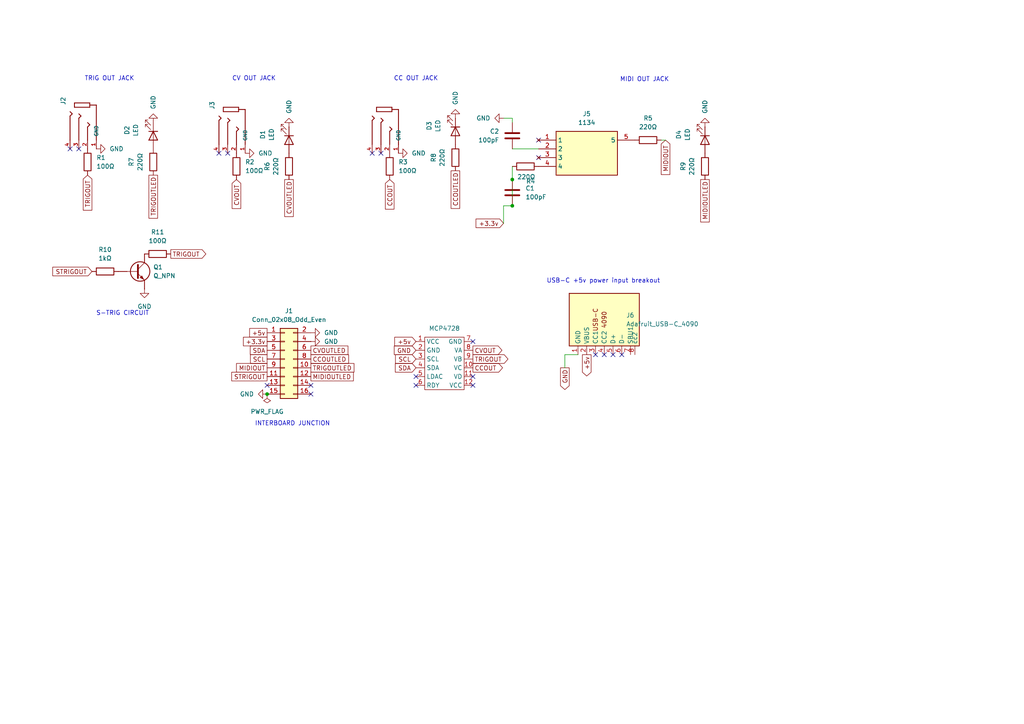
<source format=kicad_sch>
(kicad_sch (version 20250114) (generator "eeschema") (generator_version "9.0")
  (paper "A4")
  (lib_symbols
    (symbol "1134 Din Jack:1134"
      (property "Reference" "J" (at 24.13 7.62 0))
      (property "Value" "1134" (at 24.13 5.08 0))
      (symbol "1134_1_1"
        (rectangle (start 5.08 2.54) (end 22.86 -10.16) (stroke (width 0.254)) (fill (type background)))
        (pin no_connect line (at 0 0 0) (length 5.08) (name "1") (number "1"))
        (pin passive line (at 0 -2.54 0) (length 5.08) (name "2") (number "2"))
        (pin no_connect line (at 0 -5.08 0) (length 5.08) (name "3") (number "3"))
        (pin passive line (at 0 -7.62 0) (length 5.08) (name "4") (number "4"))
        (pin passive line (at 27.94 0 180) (length 5.08) (name "5") (number "5"))
      )
    )
    (symbol "Adafruit:AdaFruit_MCP4728"
      (symbol "AdaFruit_MCP4728_0_1"
        (rectangle (start -6.35 10.16) (end 5.08 -5.08))
      )
      (symbol "AdaFruit_MCP4728_1_1"
        (pin power_in line (at -8.89 8.89 0) (length 2.54) (name "VCC") (number "1"))
        (pin power_in line (at -8.89 6.35 0) (length 2.54) (name "GND") (number "2"))
        (pin input line (at -8.89 3.81 0) (length 2.54) (name "SCL") (number "3"))
        (pin input line (at -8.89 1.27 0) (length 2.54) (name "SDA") (number "4"))
        (pin input line (at -8.89 -1.27 0) (length 2.54) (name "LDAC") (number "5"))
        (pin input line (at -8.89 -3.81 0) (length 2.54) (name "RDY") (number "6"))
        (pin power_out line (at 7.62 8.89 180) (length 2.54) (name "GND") (number "7"))
        (pin output line (at 7.62 6.35 180) (length 2.54) (name "VA") (number "8"))
        (pin output line (at 7.62 3.81 180) (length 2.54) (name "VB") (number "9"))
        (pin output line (at 7.62 1.27 180) (length 2.54) (name "VC") (number "10"))
        (pin output line (at 7.62 -1.27 180) (length 2.54) (name "VD") (number "11"))
        (pin power_out line (at 7.62 -3.81 180) (length 2.54) (name "VCC") (number "12"))
      )
    )
    (symbol "Adafruit:Adafruit_USB-C_4090"
      (property "Reference" "J" (at 0 8.89 0))
      (property "Value" "Adafruit_USB-C_4090" (at 0 -13.97 0))
      (symbol "Adafruit_USB-C_4090_1_1"
        (rectangle (start -7.62 7.62) (end 7.62 -12.7) (stroke (width 0.254)) (fill (type background)))
        (text "USB-C" (at 0 0 0) (effects (font (size 1.27 1.27))))
        (text "4090" (at 0 -2.54 0) (effects (font (size 1.27 1.27))))
        (pin power_in line (at -10.16 5.08 0) (length 2.54) (name "GND") (number "1"))
        (pin power_out line (at -10.16 2.54 0) (length 2.54) (name "VBUS") (number "2"))
        (pin bidirectional line (at -10.16 0 0) (length 2.54) (name "CC1") (number "3"))
        (pin bidirectional line (at -10.16 -2.54 0) (length 2.54) (name "CC2") (number "4"))
        (pin bidirectional line (at -10.16 -5.08 0) (length 2.54) (name "D+") (number "5"))
        (pin bidirectional line (at -10.16 -7.62 0) (length 2.54) (name "D-") (number "6"))
        (pin bidirectional line (at -10.16 -10.16 0) (length 2.54) (name "SBU1") (number "7"))
        (pin bidirectional line (at -10.16 -11.43 0) (length 2.54) (name "cc2") (number "8"))
      )
    )
    (symbol "Connector_Generic:Conn_02x08_Odd_Even" (pin_names (offset 1.016) (hide yes))
      (property "Reference" "J" (at 1.27 10.16 0))
      (property "Value" "Conn_02x08_Odd_Even" (at 1.27 -12.7 0))
      (symbol "Conn_02x08_Odd_Even_1_1"
        (rectangle (start -1.27 8.89) (end 3.81 -11.43) (stroke (width 0.254)) (fill (type background)))
        (rectangle (start -1.27 7.747) (end 0 7.493) (stroke (width 0.1524)))
        (rectangle (start -1.27 5.207) (end 0 4.953) (stroke (width 0.1524)))
        (rectangle (start -1.27 2.667) (end 0 2.413) (stroke (width 0.1524)))
        (rectangle (start -1.27 0.127) (end 0 -0.127) (stroke (width 0.1524)))
        (rectangle (start -1.27 -2.413) (end 0 -2.667) (stroke (width 0.1524)))
        (rectangle (start -1.27 -4.953) (end 0 -5.207) (stroke (width 0.1524)))
        (rectangle (start -1.27 -7.493) (end 0 -7.747) (stroke (width 0.1524)))
        (rectangle (start -1.27 -10.033) (end 0 -10.287) (stroke (width 0.1524)))
        (rectangle (start 3.81 7.747) (end 2.54 7.493) (stroke (width 0.1524)))
        (rectangle (start 3.81 5.207) (end 2.54 4.953) (stroke (width 0.1524)))
        (rectangle (start 3.81 2.667) (end 2.54 2.413) (stroke (width 0.1524)))
        (rectangle (start 3.81 0.127) (end 2.54 -0.127) (stroke (width 0.1524)))
        (rectangle (start 3.81 -2.413) (end 2.54 -2.667) (stroke (width 0.1524)))
        (rectangle (start 3.81 -4.953) (end 2.54 -5.207) (stroke (width 0.1524)))
        (rectangle (start 3.81 -7.493) (end 2.54 -7.747) (stroke (width 0.1524)))
        (rectangle (start 3.81 -10.033) (end 2.54 -10.287) (stroke (width 0.1524)))
        (pin passive line (at -5.08 7.62 0) (length 3.81) (name "Pin_1") (number "1"))
        (pin passive line (at -5.08 5.08 0) (length 3.81) (name "Pin_3") (number "3"))
        (pin passive line (at -5.08 2.54 0) (length 3.81) (name "Pin_5") (number "5"))
        (pin passive line (at -5.08 0 0) (length 3.81) (name "Pin_7") (number "7"))
        (pin passive line (at -5.08 -2.54 0) (length 3.81) (name "Pin_9") (number "9"))
        (pin passive line (at -5.08 -5.08 0) (length 3.81) (name "Pin_11") (number "11"))
        (pin passive line (at -5.08 -7.62 0) (length 3.81) (name "Pin_13") (number "13"))
        (pin passive line (at -5.08 -10.16 0) (length 3.81) (name "Pin_15") (number "15"))
        (pin passive line (at 7.62 7.62 180) (length 3.81) (name "Pin_2") (number "2"))
        (pin passive line (at 7.62 5.08 180) (length 3.81) (name "Pin_4") (number "4"))
        (pin passive line (at 7.62 2.54 180) (length 3.81) (name "Pin_6") (number "6"))
        (pin passive line (at 7.62 0 180) (length 3.81) (name "Pin_8") (number "8"))
        (pin passive line (at 7.62 -2.54 180) (length 3.81) (name "Pin_10") (number "10"))
        (pin passive line (at 7.62 -5.08 180) (length 3.81) (name "Pin_12") (number "12"))
        (pin passive line (at 7.62 -7.62 180) (length 3.81) (name "Pin_14") (number "14"))
        (pin passive line (at 7.62 -10.16 180) (length 3.81) (name "Pin_16") (number "16"))
      )
    )
    (symbol "Device:C" (pin_numbers (hide yes)) (pin_names (offset 0.254))
      (property "Reference" "C" (at 0.635 2.54 0))
      (property "Value" "C" (at 0.635 -2.54 0))
      (symbol "C_0_1"
        (polyline (pts (xy -2.032 0.762) (xy 2.032 0.762)) (stroke (width 0.508)))
        (polyline (pts (xy -2.032 -0.762) (xy 2.032 -0.762)) (stroke (width 0.508)))
      )
      (symbol "C_1_1"
        (pin passive line (at 0 3.81 270) (length 2.794) (name "~") (number "1"))
        (pin passive line (at 0 -3.81 90) (length 2.794) (name "~") (number "2"))
      )
    )
    (symbol "Device:LED" (pin_numbers (hide yes)) (pin_names (offset 1.016) (hide yes))
      (property "Reference" "D" (at 0 2.54 0))
      (property "Value" "LED" (at 0 -2.54 0))
      (symbol "LED_0_1"
        (polyline (pts (xy -3.048 -0.762) (xy -4.572 -2.286) (xy -3.81 -2.286) (xy -4.572 -2.286) (xy -4.572 -1.524)))
        (polyline (pts (xy -1.778 -0.762) (xy -3.302 -2.286) (xy -2.54 -2.286) (xy -3.302 -2.286) (xy -3.302 -1.524)))
        (polyline (pts (xy -1.27 0) (xy 1.27 0)))
        (polyline (pts (xy -1.27 -1.27) (xy -1.27 1.27)) (stroke (width 0.254)))
        (polyline (pts (xy 1.27 -1.27) (xy 1.27 1.27) (xy -1.27 0) (xy 1.27 -1.27)) (stroke (width 0.254)))
      )
      (symbol "LED_1_1"
        (pin passive line (at -3.81 0 0) (length 2.54) (name "K") (number "1"))
        (pin passive line (at 3.81 0 180) (length 2.54) (name "A") (number "2"))
      )
    )
    (symbol "Device:Q_NPN" (pin_numbers (hide yes)) (pin_names (offset 0) (hide yes))
      (property "Reference" "Q" (at 5.08 1.27 0))
      (property "Value" "Q_NPN" (at 5.08 -1.27 0))
      (symbol "Q_NPN_0_1"
        (polyline (pts (xy -2.54 0) (xy 0.635 0)))
        (polyline (pts (xy 0.635 1.905) (xy 0.635 -1.905)) (stroke (width 0.508)))
        (polyline (pts (xy 0.635 0.635) (xy 2.54 2.54)))
        (polyline (pts (xy 0.635 -0.635) (xy 2.54 -2.54)))
        (circle (center 1.27 0) (radius 2.8194) (stroke (width 0.254)))
        (polyline (pts (xy 1.27 -1.778) (xy 1.778 -1.27) (xy 2.286 -2.286) (xy 1.27 -1.778)) (fill (type outline)))
      )
      (symbol "Q_NPN_1_1"
        (pin input line (at -5.08 0 0) (length 2.54) (name "B") (number "B"))
        (pin passive line (at 2.54 5.08 270) (length 2.54) (name "C") (number "C"))
        (pin passive line (at 2.54 -5.08 90) (length 2.54) (name "E") (number "E"))
      )
    )
    (symbol "Device:R" (pin_numbers (hide yes)) (pin_names (offset 0))
      (property "Reference" "R" (at 2.032 0 90))
      (property "Value" "R" (at 0 0 90))
      (symbol "R_0_1"
        (rectangle (start -1.016 -2.54) (end 1.016 2.54) (stroke (width 0.254)))
      )
      (symbol "R_1_1"
        (pin passive line (at 0 3.81 270) (length 1.27) (name "~") (number "1"))
        (pin passive line (at 0 -3.81 90) (length 1.27) (name "~") (number "2"))
      )
    )
    (symbol "PJ-320A:PJ-320A" (pin_names (offset 1.016))
      (symbol "PJ-320A_0_0"
        (polyline (pts (xy -5.08 1.27) (xy 1.905 1.27)) (stroke (width 0.254)))
        (polyline (pts (xy -5.08 -1.27) (xy 1.27 -1.27)) (stroke (width 0.254)))
        (polyline (pts (xy -5.08 -3.81) (xy -1.27 -3.81)) (stroke (width 0.254)))
        (polyline (pts (xy -5.08 -6.35) (xy 5.08 -6.35)) (stroke (width 0.254)))
        (polyline (pts (xy -1.27 -3.81) (xy -0.635 -4.445)) (stroke (width 0.254)))
        (polyline (pts (xy -0.635 -4.445) (xy 0 -3.81)) (stroke (width 0.254)))
        (polyline (pts (xy 1.27 -1.27) (xy 1.905 -1.905)) (stroke (width 0.254)))
        (polyline (pts (xy 1.905 1.27) (xy 2.54 0.635)) (stroke (width 0.254)))
        (polyline (pts (xy 1.905 -1.905) (xy 2.54 -1.27)) (stroke (width 0.254)))
        (polyline (pts (xy 2.54 0.635) (xy 3.175 1.27)) (stroke (width 0.254)))
        (polyline (pts (xy 4.445 0) (xy 5.715 0)) (stroke (width 0.254)))
        (polyline (pts (xy 4.445 -4.445) (xy 4.445 0)) (stroke (width 0.254)))
        (polyline (pts (xy 5.08 -4.445) (xy 4.445 -4.445)) (stroke (width 0.254)))
        (polyline (pts (xy 5.08 -6.35) (xy 5.08 -4.445)) (stroke (width 0.254)))
        (polyline (pts (xy 5.715 0) (xy 5.715 -4.445)) (stroke (width 0.254)))
        (polyline (pts (xy 5.715 -4.445) (xy 5.08 -4.445)) (stroke (width 0.254)))
        (pin passive line (at -7.62 1.27 0) (length 2.54) (name "~") (number "4"))
      )
      (symbol "PJ-320A_1_0"
        (pin passive line (at -7.62 -1.27 0) (length 2.54) (name "") (number "3"))
        (pin passive line (at -7.62 -3.81 0) (length 2.54) (name "") (number "2"))
        (pin passive line (at -7.62 -6.35 0) (length 2.54) (name "GND") (number "1"))
      )
    )
    (symbol "power:GND" (power) (pin_numbers (hide yes)) (pin_names (offset 0) (hide yes))
      (property "Value" "GND" (at 0 -3.81 0))
      (symbol "GND_0_1"
        (polyline (pts (xy 0 0) (xy 0 -1.27) (xy 1.27 -1.27) (xy 0 -2.54) (xy -1.27 -1.27) (xy 0 -1.27)))
      )
      (symbol "GND_1_1"
        (pin power_in line (at 0 0 270) (length 0) (name "~") (number "1"))
      )
    )
    (symbol "power:PWR_FLAG" (power) (pin_numbers (hide yes)) (pin_names (offset 0) (hide yes))
      (property "Value" "PWR_FLAG" (at 0 3.81 0))
      (symbol "PWR_FLAG_0_0"
        (pin power_out line (at 0 0 90) (length 0) (name "~") (number "1"))
      )
      (symbol "PWR_FLAG_0_1"
        (polyline (pts (xy 0 0) (xy 0 1.27) (xy -1.016 1.905) (xy 0 2.54) (xy 1.016 1.905) (xy 0 1.27)))
      )
    )
  )
  (text "CV OUT JACK" (at 73.66 22.86 0) (effects (font (size 1.27 1.27))))
  (text "S-TRIG CIRCUIT" (at 35.56 90.932 0) (effects (font (size 1.27 1.27))))
  (text "INTERBOARD JUNCTION" (at 84.836 122.936 0) (effects (font (size 1.27 1.27))))
  (text "USB-C +5v power input breakout" (at 175.006 81.534 0) (effects (font (size 1.27 1.27))))
  (text "CC OUT JACK" (at 120.65 22.86 0) (effects (font (size 1.27 1.27))))
  (text "MIDI OUT JACK" (at 186.944 23.114 0) (effects (font (size 1.27 1.27))))
  (text "TRIG OUT JACK" (at 31.75 22.86 0) (effects (font (size 1.27 1.27))))
  (junction (at 77.47 114.3))
  (junction (at 148.59 59.69))
  (junction (at 148.59 52.07))
  (no_connect (at 90.17 111.76))
  (no_connect (at 177.8 102.87))
  (no_connect (at 20.32 43.18))
  (no_connect (at 107.95 44.45))
  (no_connect (at 90.17 114.3))
  (no_connect (at 77.47 111.76))
  (no_connect (at 110.49 44.45))
  (no_connect (at 172.72 102.87))
  (no_connect (at 137.16 99.06))
  (no_connect (at 137.16 109.22))
  (no_connect (at 120.65 109.22))
  (no_connect (at 63.5 44.45))
  (no_connect (at 175.26 102.87))
  (no_connect (at 22.86 43.18))
  (no_connect (at 120.65 111.76))
  (no_connect (at 66.04 44.45))
  (no_connect (at 180.34 102.87))
  (no_connect (at 137.16 111.76))
  (no_connect (at 156.21 40.64))
  (no_connect (at 156.21 45.72))
  (wire (pts (xy 148.59 52.07) (xy 148.59 48.26)))
  (wire (pts (xy 146.05 59.69) (xy 148.59 59.69)))
  (wire (pts (xy 163.83 102.87) (xy 163.83 106.68)))
  (wire (pts (xy 148.59 34.29) (xy 148.59 35.56)))
  (wire (pts (xy 148.59 43.18) (xy 156.21 43.18)))
  (wire (pts (xy 167.64 102.87) (xy 163.83 102.87)))
  (wire (pts (xy 146.05 34.29) (xy 148.59 34.29)))
  (wire (pts (xy 146.05 64.77) (xy 146.05 59.69)))
  (wire (pts (xy 148.59 59.69) (xy 148.59 52.07)))
  (wire (pts (xy 193.04 40.64) (xy 191.77 40.64)))
  (global_label "CCOUTLED" (shape passive) (at 90.17 104.14 0) (property "Intersheetrefs" "${INTERSHEET_REFS}" (effects (hide yes))))
  (global_label "+5v" (shape input) (at 120.65 99.06 180) (property "Intersheetrefs" "${INTERSHEET_REFS}" (effects (hide yes))))
  (global_label "STRIGOUT" (shape passive) (at 77.47 109.22 180) (property "Intersheetrefs" "${INTERSHEET_REFS}" (effects (hide yes))))
  (global_label "+3.3v" (shape passive) (at 77.47 99.06 180) (property "Intersheetrefs" "${INTERSHEET_REFS}" (effects (hide yes))))
  (global_label "TRIGOUTLED" (shape passive) (at 90.17 106.68 0) (property "Intersheetrefs" "${INTERSHEET_REFS}" (effects (hide yes))))
  (global_label "TRIGOUT" (shape output) (at 137.16 104.14 0) (property "Intersheetrefs" "${INTERSHEET_REFS}" (effects (hide yes))))
  (global_label "MIDIOUTLED" (shape passive) (at 90.17 109.22 0) (property "Intersheetrefs" "${INTERSHEET_REFS}" (effects (hide yes))))
  (global_label "SCL" (shape input) (at 120.65 104.14 180) (property "Intersheetrefs" "${INTERSHEET_REFS}" (effects (hide yes))))
  (global_label "TRIGOUT" (shape output) (at 49.53 73.66 0) (property "Intersheetrefs" "${INTERSHEET_REFS}" (effects (hide yes))))
  (global_label "CCOUTLED" (shape passive) (at 132.08 49.53 270) (property "Intersheetrefs" "${INTERSHEET_REFS}" (effects (hide yes))))
  (global_label "+5v" (shape passive) (at 77.47 96.52 180) (property "Intersheetrefs" "${INTERSHEET_REFS}" (effects (hide yes))))
  (global_label "CVOUTLED" (shape passive) (at 90.17 101.6 0) (property "Intersheetrefs" "${INTERSHEET_REFS}" (effects (hide yes))))
  (global_label "MIDIOUTLED" (shape passive) (at 204.47 52.07 270) (property "Intersheetrefs" "${INTERSHEET_REFS}" (effects (hide yes))))
  (global_label "GND" (shape output) (at 163.83 106.68 270) (property "Intersheetrefs" "${INTERSHEET_REFS}" (effects (hide yes))))
  (global_label "CCOUT" (shape input) (at 113.03 52.07 270) (property "Intersheetrefs" "${INTERSHEET_REFS}" (effects (hide yes))))
  (global_label "MIDIOUT" (shape input) (at 193.04 40.64 270) (property "Intersheetrefs" "${INTERSHEET_REFS}" (effects (hide yes))))
  (global_label "GND" (shape input) (at 120.65 101.6 180) (property "Intersheetrefs" "${INTERSHEET_REFS}" (effects (hide yes))))
  (global_label "SDA" (shape passive) (at 77.47 101.6 180) (property "Intersheetrefs" "${INTERSHEET_REFS}" (effects (hide yes))))
  (global_label "CVOUT" (shape input) (at 68.58 52.07 270) (property "Intersheetrefs" "${INTERSHEET_REFS}" (effects (hide yes))))
  (global_label "CVOUT" (shape output) (at 137.16 101.6 0) (property "Intersheetrefs" "${INTERSHEET_REFS}" (effects (hide yes))))
  (global_label "TRIGOUT" (shape input) (at 25.4 50.8 270) (property "Intersheetrefs" "${INTERSHEET_REFS}" (effects (hide yes))))
  (global_label "CCOUT" (shape output) (at 137.16 106.68 0) (property "Intersheetrefs" "${INTERSHEET_REFS}" (effects (hide yes))))
  (global_label "MIDIOUT" (shape passive) (at 77.47 106.68 180) (property "Intersheetrefs" "${INTERSHEET_REFS}" (effects (hide yes))))
  (global_label "+3.3v" (shape input) (at 146.05 64.77 180) (property "Intersheetrefs" "${INTERSHEET_REFS}" (effects (hide yes))))
  (global_label "SCL" (shape passive) (at 77.47 104.14 180) (property "Intersheetrefs" "${INTERSHEET_REFS}" (effects (hide yes))))
  (global_label "STRIGOUT" (shape input) (at 26.67 78.74 180) (property "Intersheetrefs" "${INTERSHEET_REFS}" (effects (hide yes))))
  (global_label "CVOUTLED" (shape passive) (at 83.82 52.07 270) (property "Intersheetrefs" "${INTERSHEET_REFS}" (effects (hide yes))))
  (global_label "+5v" (shape output) (at 170.18 102.87 270) (property "Intersheetrefs" "${INTERSHEET_REFS}" (effects (hide yes))))
  (global_label "TRIGOUTLED" (shape passive) (at 44.45 50.8 270) (property "Intersheetrefs" "${INTERSHEET_REFS}" (effects (hide yes))))
  (global_label "SDA" (shape input) (at 120.65 106.68 180) (property "Intersheetrefs" "${INTERSHEET_REFS}" (effects (hide yes))))
  (symbol (lib_id "PJ-320A:PJ-320A") (at 64.77 36.83 90) (unit 1)
    (property "Reference" "J3" (at 62.23 31.75 0) (effects (justify left bottom)))
    (property "Value" "PJ-320A" (effects (hide yes)))
    (property "Footprint" "PJ-320A_Library:PJ-320A" (effects (hide yes)))
  )
  (symbol (lib_id "Device:R") (at 30.48 78.74 270) (unit 1)
    (property "Reference" "R10" (at 30.48 72.39 90))
    (property "Value" "1kΩ" (at 30.48 74.93 90))
    (property "Footprint" "Resistor_THT:R_Axial_DIN0207_L6.3mm_D2.5mm_P10.16mm_Horizontal" (effects (hide yes)))
    (property "Description" "Resistor" (effects (hide yes)))
  )
  (symbol (lib_id "Device:C") (at 148.59 55.88 0) (unit 1)
    (property "Reference" "C1" (at 152.4 54.6099 0) (effects (justify left)))
    (property "Value" "100pF" (at 152.4 57.1499 0) (effects (justify left)))
    (property "Footprint" "Capacitor_THT:C_Disc_D5.0mm_W2.5mm_P5.00mm" (effects (hide yes)))
    (property "Description" "Unpolarized capacitor" (effects (hide yes)))
  )
  (symbol (lib_id "Device:LED") (at 132.08 38.1 270) (unit 1)
    (property "Reference" "D3" (at 124.46 36.5125 0))
    (property "Value" "LED" (at 127 36.5125 0))
    (property "Footprint" "LED_THT:LED_D3.0mm_FlatTop" (effects (hide yes)))
    (property "Description" "Light emitting diode" (effects (hide yes)))
    (property "Sim.Pins" "1=K 2=A" (effects (hide yes)))
  )
  (symbol (lib_id "PJ-320A:PJ-320A") (at 21.59 35.56 90) (unit 1)
    (property "Reference" "J2" (at 19.05 30.48 0) (effects (justify left bottom)))
    (property "Value" "PJ-320A" (effects (hide yes)))
    (property "Footprint" "PJ-320A_Library:PJ-320A" (effects (hide yes)))
  )
  (symbol (lib_id "Device:LED") (at 83.82 40.64 270) (unit 1)
    (property "Reference" "D1" (at 76.2 39.0525 0))
    (property "Value" "LED" (at 78.74 39.0525 0))
    (property "Footprint" "LED_THT:LED_D3.0mm_FlatTop" (effects (hide yes)))
    (property "Description" "Light emitting diode" (effects (hide yes)))
    (property "Sim.Pins" "1=K 2=A" (effects (hide yes)))
  )
  (symbol (lib_id "Device:LED") (at 204.47 40.64 270) (unit 1)
    (property "Reference" "D4" (at 196.85 39.0525 0))
    (property "Value" "LED" (at 199.39 39.0525 0))
    (property "Footprint" "LED_THT:LED_D3.0mm_FlatTop" (effects (hide yes)))
    (property "Description" "Light emitting diode" (effects (hide yes)))
    (property "Sim.Pins" "1=K 2=A" (effects (hide yes)))
  )
  (symbol (lib_id "Device:R") (at 187.96 40.64 90) (mirror x) (unit 1)
    (property "Reference" "R5" (at 187.96 34.29 90))
    (property "Value" "220Ω" (at 187.96 36.83 90))
    (property "Footprint" "Resistor_THT:R_Axial_DIN0207_L6.3mm_D2.5mm_P10.16mm_Horizontal" (effects (hide yes)))
    (property "Description" "Resistor" (effects (hide yes)))
  )
  (symbol (lib_id "Device:R") (at 152.4 48.26 90) (unit 1)
    (property "Reference" "R4" (at 153.924 52.578 90))
    (property "Value" "220Ω" (at 152.654 51.308 90))
    (property "Footprint" "Resistor_THT:R_Axial_DIN0207_L6.3mm_D2.5mm_P10.16mm_Horizontal" (effects (hide yes)))
    (property "Description" "Resistor" (effects (hide yes)))
  )
  (symbol (lib_id "Connector_Generic:Conn_02x08_Odd_Even") (at 82.55 104.14 0) (unit 1)
    (property "Reference" "J1" (at 83.82 90.17 0))
    (property "Value" "Conn_02x08_Odd_Even" (at 83.82 92.71 0))
    (property "Footprint" "Connector_PinHeader_2.54mm:PinHeader_2x08_P2.54mm_Vertical" (effects (hide yes)))
    (property "Description" "Generic connector, double row, 02x08, odd/even pin numbering scheme (row 1 odd numbers, row 2 even numbers), script generated (kicad-library-utils/schlib/autogen/connector/)" (effects (hide yes)))
  )
  (symbol (lib_id "power:GND") (at 146.05 34.29 270) (unit 1)
    (property "Reference" "#PWR04" (effects (hide yes)))
    (property "Value" "GND" (at 142.24 34.2899 90) (effects (justify right)))
    (property "Description" "Power symbol creates a global label with name \"GND\" , ground" (effects (hide yes)))
  )
  (symbol (lib_id "Adafruit:Adafruit_USB-C_4090") (at 172.72 92.71 90) (unit 1)
    (property "Reference" "J6" (at 181.61 91.4399 90) (effects (justify right)))
    (property "Value" "Adafruit_USB-C_4090" (at 181.61 93.9799 90) (effects (justify right)))
    (property "Footprint" "Adafruit_Modules:Adafruit_4090_USBCBreakout" (effects (hide yes)))
    (property "Datasheet" "https://www.adafruit.com/product/4090" (effects (hide yes)))
    (property "Description" "Adafruit USB Type-C Breakout Board" (effects (hide yes)))
    (property "Manufacturer" "Adafruit" (effects (hide yes)))
    (property "MPN" "4090" (effects (hide yes)))
  )
  (symbol (lib_id "power:GND") (at 83.82 36.83 180) (unit 1)
    (property "Reference" "#PWR012" (effects (hide yes)))
    (property "Value" "GND" (at 83.8199 33.02 90) (effects (justify right)))
    (property "Description" "Power symbol creates a global label with name \"GND\" , ground" (effects (hide yes)))
  )
  (symbol (lib_id "power:GND") (at 77.47 114.3 270) (unit 1)
    (property "Reference" "#PWR03" (effects (hide yes)))
    (property "Value" "GND" (at 73.66 114.2999 90) (effects (justify right)))
    (property "Description" "Power symbol creates a global label with name \"GND\" , ground" (effects (hide yes)))
  )
  (symbol (lib_id "1134 Din Jack:1134") (at 156.21 40.64 0) (unit 1)
    (property "Reference" "J5" (at 170.18 33.02 0))
    (property "Value" "1134" (at 170.18 35.56 0))
    (property "Footprint" "1134 Din Jack:1134_footprint" (effects (hide yes)))
    (property "Datasheet" "https://cdn-shop.adafruit.com/datasheets/SDS-XXJ.pdf" (effects (hide yes)))
    (property "Description" "Adafruit Accessories Breadboard Friendly MIDI Jack 5-pin DIN" (effects (hide yes)))
    (property "Height" "21.3" (effects (hide yes)))
    (property "Manufacturer_Name" "Adafruit" (effects (hide yes)))
    (property "Manufacturer_Part_Number" "1134" (effects (hide yes)))
    (property "Mouser Part Number" "485-1134" (effects (hide yes)))
    (property "Mouser Price/Stock" "https://www.mouser.co.uk/ProductDetail/Adafruit/1134?qs=GURawfaeGuCcC0%252BrNLxslQ%3D%3D" (effects (hide yes)))
    (property "Arrow Part Number" "1134" (effects (hide yes)))
    (property "Arrow Price/Stock" "https://www.arrow.com/en/products/1134/adafruit-industries" (effects (hide yes)))
  )
  (symbol (lib_id "power:GND") (at 71.12 44.45 90) (unit 1)
    (property "Reference" "#PWR07" (effects (hide yes)))
    (property "Value" "GND" (at 74.93 44.4499 90) (effects (justify right)))
    (property "Description" "Power symbol creates a global label with name \"GND\" , ground" (effects (hide yes)))
  )
  (symbol (lib_id "Device:R") (at 44.45 46.99 0) (unit 1)
    (property "Reference" "R7" (at 38.1 46.99 90))
    (property "Value" "220Ω" (at 40.64 46.99 90))
    (property "Footprint" "Resistor_THT:R_Axial_DIN0207_L6.3mm_D2.5mm_P10.16mm_Horizontal" (effects (hide yes)))
    (property "Description" "Resistor" (effects (hide yes)))
  )
  (symbol (lib_id "Device:LED") (at 44.45 39.37 270) (unit 1)
    (property "Reference" "D2" (at 36.83 37.7825 0))
    (property "Value" "LED" (at 39.37 37.7825 0))
    (property "Footprint" "LED_THT:LED_D3.0mm_FlatTop" (effects (hide yes)))
    (property "Description" "Light emitting diode" (effects (hide yes)))
    (property "Sim.Pins" "1=K 2=A" (effects (hide yes)))
  )
  (symbol (lib_id "power:GND") (at 90.17 99.06 90) (unit 1)
    (property "Reference" "#PWR010" (effects (hide yes)))
    (property "Value" "GND" (at 93.98 99.0599 90) (effects (justify right)))
    (property "Description" "Power symbol creates a global label with name \"GND\" , ground" (effects (hide yes)))
  )
  (symbol (lib_id "power:GND") (at 41.91 83.82 0) (unit 1)
    (property "Reference" "#PWR011" (effects (hide yes)))
    (property "Value" "GND" (at 41.91 88.9 0))
    (property "Description" "Power symbol creates a global label with name \"GND\" , ground" (effects (hide yes)))
  )
  (symbol (lib_id "Device:R") (at 113.03 48.26 0) (unit 1)
    (property "Reference" "R3" (at 115.57 46.9899 0) (effects (justify left)))
    (property "Value" "100Ω" (at 115.57 49.5299 0) (effects (justify left)))
    (property "Footprint" "Resistor_THT:R_Axial_DIN0207_L6.3mm_D2.5mm_P10.16mm_Horizontal" (effects (hide yes)))
    (property "Description" "Resistor" (effects (hide yes)))
  )
  (symbol (lib_id "Device:C") (at 148.59 39.37 0) (mirror y) (unit 1)
    (property "Reference" "C2" (at 144.78 38.0999 0) (effects (justify left)))
    (property "Value" "100pF" (at 144.78 40.6399 0) (effects (justify left)))
    (property "Footprint" "Capacitor_THT:C_Disc_D5.0mm_W2.5mm_P5.00mm" (effects (hide yes)))
    (property "Description" "Unpolarized capacitor" (effects (hide yes)))
  )
  (symbol (lib_id "PJ-320A:PJ-320A") (at 109.22 36.83 90) (unit 1)
    (property "Reference" "J4" (effects (hide yes)))
    (property "Value" "PJ-320A" (effects (hide yes)))
    (property "Footprint" "PJ-320A_Library:PJ-320A" (effects (hide yes)))
  )
  (symbol (lib_id "Device:R") (at 83.82 48.26 0) (unit 1)
    (property "Reference" "R6" (at 77.47 48.26 90))
    (property "Value" "220Ω" (at 80.01 48.26 90))
    (property "Footprint" "Resistor_THT:R_Axial_DIN0207_L6.3mm_D2.5mm_P10.16mm_Horizontal" (effects (hide yes)))
    (property "Description" "Resistor" (effects (hide yes)))
  )
  (symbol (lib_id "power:GND") (at 115.57 44.45 90) (unit 1)
    (property "Reference" "#PWR06" (effects (hide yes)))
    (property "Value" "GND" (at 119.38 44.4499 90) (effects (justify right)))
    (property "Description" "Power symbol creates a global label with name \"GND\" , ground" (effects (hide yes)))
  )
  (symbol (lib_id "power:GND") (at 90.17 96.52 90) (unit 1)
    (property "Reference" "#PWR09" (effects (hide yes)))
    (property "Value" "GND" (at 93.98 96.5199 90) (effects (justify right)))
    (property "Description" "Power symbol creates a global label with name \"GND\" , ground" (effects (hide yes)))
  )
  (symbol (lib_id "Device:R") (at 25.4 46.99 0) (unit 1)
    (property "Reference" "R1" (at 27.94 45.7199 0) (effects (justify left)))
    (property "Value" "100Ω" (at 27.94 48.2599 0) (effects (justify left)))
    (property "Footprint" "Resistor_THT:R_Axial_DIN0207_L6.3mm_D2.5mm_P10.16mm_Horizontal" (effects (hide yes)))
    (property "Description" "Resistor" (effects (hide yes)))
  )
  (symbol (lib_id "Device:R") (at 132.08 45.72 0) (unit 1)
    (property "Reference" "R8" (at 125.73 45.72 90))
    (property "Value" "220Ω" (at 128.27 45.72 90))
    (property "Footprint" "Resistor_THT:R_Axial_DIN0207_L6.3mm_D2.5mm_P10.16mm_Horizontal" (effects (hide yes)))
    (property "Description" "Resistor" (effects (hide yes)))
  )
  (symbol (lib_id "power:GND") (at 132.08 34.29 180) (unit 1)
    (property "Reference" "#PWR014" (effects (hide yes)))
    (property "Value" "GND" (at 132.0799 30.48 90) (effects (justify right)))
    (property "Description" "Power symbol creates a global label with name \"GND\" , ground" (effects (hide yes)))
  )
  (symbol (lib_id "power:GND") (at 27.94 43.18 90) (unit 1)
    (property "Reference" "#PWR08" (effects (hide yes)))
    (property "Value" "GND" (at 31.75 43.1799 90) (effects (justify right)))
    (property "Description" "Power symbol creates a global label with name \"GND\" , ground" (effects (hide yes)))
  )
  (symbol (lib_id "power:GND") (at 44.45 35.56 180) (unit 1)
    (property "Reference" "#PWR013" (effects (hide yes)))
    (property "Value" "GND" (at 44.4499 31.75 90) (effects (justify right)))
    (property "Description" "Power symbol creates a global label with name \"GND\" , ground" (effects (hide yes)))
  )
  (symbol (lib_id "Device:R") (at 45.72 73.66 270) (unit 1)
    (property "Reference" "R11" (at 45.72 67.31 90))
    (property "Value" "100Ω" (at 45.72 69.85 90))
    (property "Footprint" "Resistor_THT:R_Axial_DIN0207_L6.3mm_D2.5mm_P10.16mm_Horizontal" (effects (hide yes)))
    (property "Description" "Resistor" (effects (hide yes)))
  )
  (symbol (lib_id "power:GND") (at 204.47 36.83 180) (unit 1)
    (property "Reference" "#PWR015" (effects (hide yes)))
    (property "Value" "GND" (at 204.4699 33.02 90) (effects (justify right)))
    (property "Description" "Power symbol creates a global label with name \"GND\" , ground" (effects (hide yes)))
  )
  (symbol (lib_id "power:PWR_FLAG") (at 77.47 114.3 180) (unit 1)
    (property "Reference" "#FLG01" (effects (hide yes)))
    (property "Value" "PWR_FLAG" (at 77.47 119.38 0))
    (property "Description" "Special symbol for telling ERC where power comes from" (effects (hide yes)))
  )
  (symbol (lib_id "Device:R") (at 68.58 48.26 0) (unit 1)
    (property "Reference" "R2" (at 71.12 46.9899 0) (effects (justify left)))
    (property "Value" "100Ω" (at 71.12 49.5299 0) (effects (justify left)))
    (property "Footprint" "Resistor_THT:R_Axial_DIN0207_L6.3mm_D2.5mm_P10.16mm_Horizontal" (effects (hide yes)))
    (property "Description" "Resistor" (effects (hide yes)))
  )
  (symbol (lib_id "Device:R") (at 204.47 48.26 0) (unit 1)
    (property "Reference" "R9" (at 198.12 48.26 90))
    (property "Value" "220Ω" (at 200.66 48.26 90))
    (property "Footprint" "Resistor_THT:R_Axial_DIN0207_L6.3mm_D2.5mm_P10.16mm_Horizontal" (effects (hide yes)))
    (property "Description" "Resistor" (effects (hide yes)))
  )
  (symbol (lib_id "Device:Q_NPN") (at 39.37 78.74 0) (unit 1)
    (property "Reference" "Q1" (at 44.45 77.4699 0) (effects (justify left)))
    (property "Value" "Q_NPN" (at 44.45 80.0099 0) (effects (justify left)))
    (property "Description" "NPN bipolar junction transistor" (effects (hide yes)))
  )
  (symbol (lib_id "Adafruit:AdaFruit_MCP4728") (at 129.54 107.95 0) (unit 1)
    (property "Reference" "U1" (effects (hide yes)))
    (property "Value" "MCP4728" (at 128.905 95.25 0))
    (property "Footprint" "Adafruit MCP4728:AdaFruit_MCP4728" (effects (hide yes)))
  )
)
</source>
